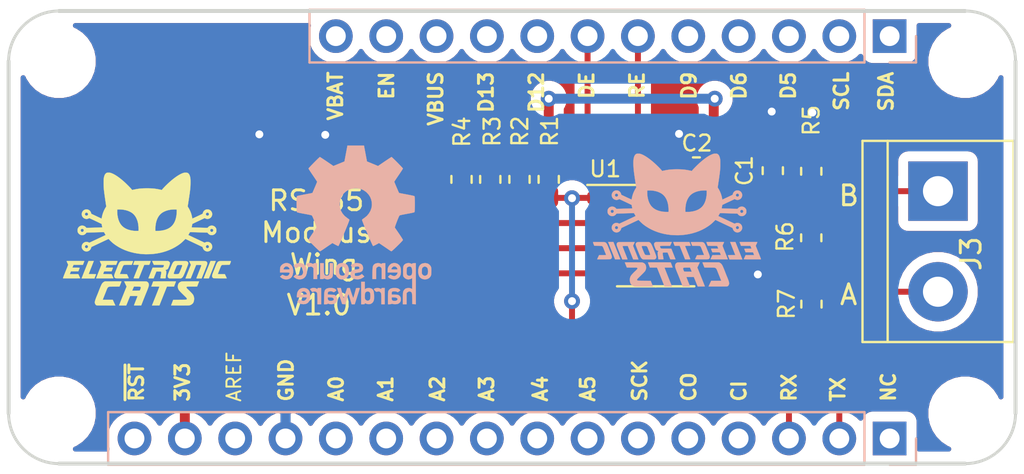
<source format=kicad_pcb>
(kicad_pcb (version 20171130) (host pcbnew 5.1.8-db9833491~88~ubuntu20.04.1)
  (title_block (title "ModBUS Wing") (date 2020-12-01) (rev V1.0) (company "Electronic Cats") (comment 1 "Edgar Capuchino") (comment 2 "Eduardo Contreras"))
  (layers (0 F.Cu signal) (31 B.Cu signal) (34 B.Paste user) (35 F.Paste user) (36 B.SilkS user) (37 F.SilkS user) (38 B.Mask user) (39 F.Mask user) (44 Edge.Cuts user))
  (net 0 "")
  (net 1 /FREE)
  (net 2 /MISO)
  (net 3 /MOSI)
  (net 4 /SCK)
  (net 5 /A5)
  (net 6 /A4)
  (net 7 /A3)
  (net 8 /A2)
  (net 9 /A1)
  (net 10 /A0)
  (net 11 GND)
  (net 12 /AREF)
  (net 13 +3V3)
  (net 14 /~RST)
  (net 15 /SDA)
  (net 16 /SCL)
  (net 17 /EN)
  (net 18 /VBAT)
  (net 19 /D5)
  (net 20 /D6)
  (net 21 /D13)
  (net 22 /DE)
  (net 23 /RE)
  (net 24 /VBUS)
  (net 25 /RS485B)
  (net 26 /RS485A)
  (net 27 /D12)
  (net 28 /D9)
  (net 29 /TX)
  (net 30 /RX)
  (module Symbol:OSHW-Logo_7.5x8mm_SilkScreen (layer B.Cu) (at 140.77 84.97 180)
    (fp_text reference REF** hide)
    (fp_text value OSHW-Logo_7.5x8mm_SilkScreen hide)
  )
  (module Aesthetics:electronic_cats_logo_8x6 (layer B.Cu) (at 156.97 84.73 180)
    (fp_text reference G*** hide)
    (fp_text value LOGO hide)
  )
  (module Aesthetics:electronic_cats_logo_8x6 (layer F.Cu) (at 130.23 85.69)
    (fp_text reference G*** hide)
    (fp_text value LOGO hide)
  )
  (module MountingHole:MountingHole_2.7mm_M2.5 (layer F.Cu) (at 171.51 76.71)
    (fp_text reference REF** hide)
    (fp_text value MountingHole_2.7mm_M2.5 hide)
    (pad 1 np_thru_hole circle (at 0 0) (size 2.7 2.7) (drill 2.7) (layers *.Cu *.Mask))
  )
  (module MountingHole:MountingHole_2.7mm_M2.5 (layer F.Cu) (at 171.51 94.49)
    (fp_text reference REF** hide)
    (fp_text value MountingHole_2.7mm_M2.5 hide)
    (pad 1 np_thru_hole circle (at 0 0) (size 2.7 2.7) (drill 2.7) (layers *.Cu *.Mask))
  )
  (module MountingHole:MountingHole_2.7mm_M2.5 (layer F.Cu) (at 125.79 94.49)
    (fp_text reference REF** hide)
    (fp_text value MountingHole_2.7mm_M2.5 hide)
    (pad 1 np_thru_hole circle (at 0 0) (size 2.7 2.7) (drill 2.7) (layers *.Cu *.Mask))
  )
  (module MountingHole:MountingHole_2.7mm_M2.5 (layer F.Cu) (at 125.79 76.71)
    (fp_text reference REF** hide)
    (fp_text value MountingHole_2.7mm_M2.5 hide)
    (pad 1 np_thru_hole circle (at 0 0) (size 2.7 2.7) (drill 2.7) (layers *.Cu *.Mask))
  )
  (module Connector_PinHeader_2.54mm:PinHeader_1x16_P2.54mm_Vertical (layer B.Cu) (at 167.7 95.76 90)
    (fp_text reference J1 hide)
    (fp_text value "feather long" hide)
    (pad 1 thru_hole rect (at 0 0 90) (size 1.7 1.7) (drill 1) (layers *.Cu *.Mask) (net 1 /FREE))
    (pad 2 thru_hole oval (at 0 -2.54 90) (size 1.7 1.7) (drill 1) (layers *.Cu *.Mask) (net 29 /TX))
    (pad 3 thru_hole oval (at 0 -5.08 90) (size 1.7 1.7) (drill 1) (layers *.Cu *.Mask) (net 30 /RX))
    (pad 4 thru_hole oval (at 0 -7.62 90) (size 1.7 1.7) (drill 1) (layers *.Cu *.Mask) (net 2 /MISO))
    (pad 5 thru_hole oval (at 0 -10.16 90) (size 1.7 1.7) (drill 1) (layers *.Cu *.Mask) (net 3 /MOSI))
    (pad 6 thru_hole oval (at 0 -12.7 90) (size 1.7 1.7) (drill 1) (layers *.Cu *.Mask) (net 4 /SCK))
    (pad 7 thru_hole oval (at 0 -15.24 90) (size 1.7 1.7) (drill 1) (layers *.Cu *.Mask) (net 5 /A5))
    (pad 8 thru_hole oval (at 0 -17.78 90) (size 1.7 1.7) (drill 1) (layers *.Cu *.Mask) (net 6 /A4))
    (pad 9 thru_hole oval (at 0 -20.32 90) (size 1.7 1.7) (drill 1) (layers *.Cu *.Mask) (net 7 /A3))
    (pad 10 thru_hole oval (at 0 -22.86 90) (size 1.7 1.7) (drill 1) (layers *.Cu *.Mask) (net 8 /A2))
    (pad 11 thru_hole oval (at 0 -25.4 90) (size 1.7 1.7) (drill 1) (layers *.Cu *.Mask) (net 9 /A1))
    (pad 12 thru_hole oval (at 0 -27.94 90) (size 1.7 1.7) (drill 1) (layers *.Cu *.Mask) (net 10 /A0))
    (pad 13 thru_hole oval (at 0 -30.48 90) (size 1.7 1.7) (drill 1) (layers *.Cu *.Mask) (net 11 GND))
    (pad 14 thru_hole oval (at 0 -33.02 90) (size 1.7 1.7) (drill 1) (layers *.Cu *.Mask) (net 12 /AREF))
    (pad 15 thru_hole oval (at 0 -35.56 90) (size 1.7 1.7) (drill 1) (layers *.Cu *.Mask) (net 13 +3V3))
    (pad 16 thru_hole oval (at 0 -38.1 90) (size 1.7 1.7) (drill 1) (layers *.Cu *.Mask) (net 14 /~RST))
  )
  (module Connector_PinHeader_2.54mm:PinHeader_1x12_P2.54mm_Vertical (layer B.Cu) (at 167.7 75.44 90)
    (fp_text reference J2 hide)
    (fp_text value "feather short" hide)
    (pad 1 thru_hole rect (at 0 0 90) (size 1.7 1.7) (drill 1) (layers *.Cu *.Mask) (net 15 /SDA))
    (pad 2 thru_hole oval (at 0 -2.54 90) (size 1.7 1.7) (drill 1) (layers *.Cu *.Mask) (net 16 /SCL))
    (pad 3 thru_hole oval (at 0 -5.08 90) (size 1.7 1.7) (drill 1) (layers *.Cu *.Mask) (net 19 /D5))
    (pad 4 thru_hole oval (at 0 -7.62 90) (size 1.7 1.7) (drill 1) (layers *.Cu *.Mask) (net 20 /D6))
    (pad 5 thru_hole oval (at 0 -10.16 90) (size 1.7 1.7) (drill 1) (layers *.Cu *.Mask) (net 28 /D9))
    (pad 6 thru_hole oval (at 0 -12.7 90) (size 1.7 1.7) (drill 1) (layers *.Cu *.Mask) (net 22 /DE))
    (pad 7 thru_hole oval (at 0 -15.24 90) (size 1.7 1.7) (drill 1) (layers *.Cu *.Mask) (net 23 /RE))
    (pad 8 thru_hole oval (at 0 -17.78 90) (size 1.7 1.7) (drill 1) (layers *.Cu *.Mask) (net 27 /D12))
    (pad 9 thru_hole oval (at 0 -20.32 90) (size 1.7 1.7) (drill 1) (layers *.Cu *.Mask) (net 21 /D13))
    (pad 10 thru_hole oval (at 0 -22.86 90) (size 1.7 1.7) (drill 1) (layers *.Cu *.Mask) (net 24 /VBUS))
    (pad 11 thru_hole oval (at 0 -25.4 90) (size 1.7 1.7) (drill 1) (layers *.Cu *.Mask) (net 17 /EN))
    (pad 12 thru_hole oval (at 0 -27.94 90) (size 1.7 1.7) (drill 1) (layers *.Cu *.Mask) (net 18 /VBAT))
  )
  (module Capacitor_SMD:C_0603_1608Metric_Pad1.05x0.95mm_HandSolder (layer F.Cu) (at 161.805 82.235 90)
    (fp_text reference C1 (at 0 -1.43 90) (layer F.SilkS) (effects (font (size 0.8 0.8) (thickness 0.12))))
    (fp_text value 10uF)
    (pad 1 smd roundrect (at -0.875 0 90) (size 1.05 0.95) (layers F.Cu F.Paste F.Mask) (net 13 +3V3))
    (pad 2 smd roundrect (at 0.875 0 90) (size 1.05 0.95) (layers F.Cu F.Paste F.Mask) (net 11 GND))
  )
  (module Capacitor_SMD:C_0603_1608Metric_Pad1.05x0.95mm_HandSolder (layer F.Cu) (at 157.95 82.075 180)
    (fp_text reference C2 (at -0.025 1.225) (layer F.SilkS) (effects (font (size 0.8 0.8) (thickness 0.12))))
    (fp_text value 0.1uF)
    (pad 2 smd roundrect (at 0.875 0 180) (size 1.05 0.95) (layers F.Cu F.Paste F.Mask) (net 11 GND))
    (pad 1 smd roundrect (at -0.875 0 180) (size 1.05 0.95) (layers F.Cu F.Paste F.Mask) (net 13 +3V3))
  )
  (module Resistor_SMD:R_0603_1608Metric_Pad1.05x0.95mm_HandSolder (layer F.Cu) (at 150.5 82.675 270)
    (fp_text reference R1 (at -2.425 -0.05 90) (layer F.SilkS) (effects (font (size 0.8 0.8) (thickness 0.12))))
    (fp_text value 10K)
    (pad 2 smd roundrect (at 0.875 0 270) (size 1.05 0.95) (layers F.Cu F.Paste F.Mask) (net 30 /RX))
    (pad 1 smd roundrect (at -0.875 0 270) (size 1.05 0.95) (layers F.Cu F.Paste F.Mask) (net 13 +3V3))
  )
  (module Resistor_SMD:R_0603_1608Metric_Pad1.05x0.95mm_HandSolder (layer F.Cu) (at 149.025 82.675 270)
    (fp_text reference R2 (at -2.425 -0.025 270) (layer F.SilkS) (effects (font (size 0.8 0.8) (thickness 0.12))))
    (fp_text value 10K)
    (pad 1 smd roundrect (at -0.875 0 270) (size 1.05 0.95) (layers F.Cu F.Paste F.Mask) (net 13 +3V3))
    (pad 2 smd roundrect (at 0.875 0 270) (size 1.05 0.95) (layers F.Cu F.Paste F.Mask) (net 23 /RE))
  )
  (module Resistor_SMD:R_0603_1608Metric_Pad1.05x0.95mm_HandSolder (layer F.Cu) (at 147.55 82.675 270)
    (fp_text reference R3 (at -2.425 -0.1 90) (layer F.SilkS) (effects (font (size 0.8 0.8) (thickness 0.12))))
    (fp_text value 10K)
    (pad 2 smd roundrect (at 0.875 0 270) (size 1.05 0.95) (layers F.Cu F.Paste F.Mask) (net 22 /DE))
    (pad 1 smd roundrect (at -0.875 0 270) (size 1.05 0.95) (layers F.Cu F.Paste F.Mask) (net 13 +3V3))
  )
  (module Resistor_SMD:R_0603_1608Metric_Pad1.05x0.95mm_HandSolder (layer F.Cu) (at 146.1 82.675 270)
    (fp_text reference R4 (at -2.4 -0.025 270) (layer F.SilkS) (effects (font (size 0.8 0.8) (thickness 0.12))))
    (fp_text value 10K)
    (pad 1 smd roundrect (at -0.875 0 270) (size 1.05 0.95) (layers F.Cu F.Paste F.Mask) (net 13 +3V3))
    (pad 2 smd roundrect (at 0.875 0 270) (size 1.05 0.95) (layers F.Cu F.Paste F.Mask) (net 29 /TX))
  )
  (module Resistor_SMD:R_0603_1608Metric_Pad1.05x0.95mm_HandSolder (layer F.Cu) (at 163.745 82.265 270)
    (fp_text reference R5 (at -2.565 -0.005 90) (layer F.SilkS) (effects (font (size 0.8 0.8) (thickness 0.12))))
    (fp_text value 20K)
    (pad 1 smd roundrect (at -0.875 0 270) (size 1.05 0.95) (layers F.Cu F.Paste F.Mask) (net 11 GND))
    (pad 2 smd roundrect (at 0.875 0 270) (size 1.05 0.95) (layers F.Cu F.Paste F.Mask) (net 25 /RS485B))
  )
  (module Resistor_SMD:R_0603_1608Metric_Pad1.05x0.95mm_HandSolder (layer F.Cu) (at 163.745 85.625 270)
    (fp_text reference R6 (at -0.05 1.32 90) (layer F.SilkS) (effects (font (size 0.8 0.8) (thickness 0.12))))
    (fp_text value 120)
    (pad 2 smd roundrect (at 0.875 0 270) (size 1.05 0.95) (layers F.Cu F.Paste F.Mask) (net 26 /RS485A))
    (pad 1 smd roundrect (at -0.875 0 270) (size 1.05 0.95) (layers F.Cu F.Paste F.Mask) (net 25 /RS485B))
  )
  (module Resistor_SMD:R_0603_1608Metric_Pad1.05x0.95mm_HandSolder (layer F.Cu) (at 163.755 88.975 270)
    (fp_text reference R7 (at 0 1.255 90) (layer F.SilkS) (effects (font (size 0.8 0.8) (thickness 0.12))))
    (fp_text value 20K)
    (pad 1 smd roundrect (at -0.875 0 270) (size 1.05 0.95) (layers F.Cu F.Paste F.Mask) (net 26 /RS485A))
    (pad 2 smd roundrect (at 0.875 0 270) (size 1.05 0.95) (layers F.Cu F.Paste F.Mask) (net 13 +3V3))
  )
  (module Package_SO:SOIC-8_3.9x4.9mm_P1.27mm (layer F.Cu) (at 155.895 85.515)
    (fp_text reference U1 (at -2.545 -3.365) (layer F.SilkS) (effects (font (size 0.8 0.8) (thickness 0.12))))
    (fp_text value SP3485EN)
    (pad 1 smd roundrect (at -2.475 -1.905) (size 1.95 0.6) (layers F.Cu F.Paste F.Mask) (net 30 /RX))
    (pad 2 smd roundrect (at -2.475 -0.635) (size 1.95 0.6) (layers F.Cu F.Paste F.Mask) (net 23 /RE))
    (pad 3 smd roundrect (at -2.475 0.635) (size 1.95 0.6) (layers F.Cu F.Paste F.Mask) (net 22 /DE))
    (pad 4 smd roundrect (at -2.475 1.905) (size 1.95 0.6) (layers F.Cu F.Paste F.Mask) (net 29 /TX))
    (pad 5 smd roundrect (at 2.475 1.905) (size 1.95 0.6) (layers F.Cu F.Paste F.Mask) (net 11 GND))
    (pad 6 smd roundrect (at 2.475 0.635) (size 1.95 0.6) (layers F.Cu F.Paste F.Mask) (net 26 /RS485A))
    (pad 7 smd roundrect (at 2.475 -0.635) (size 1.95 0.6) (layers F.Cu F.Paste F.Mask) (net 25 /RS485B))
    (pad 8 smd roundrect (at 2.475 -1.905) (size 1.95 0.6) (layers F.Cu F.Paste F.Mask) (net 13 +3V3))
  )
  (module TerminalBlock:TerminalBlock_bornier-2_P5.08mm (layer F.Cu) (at 170.14 83.27 270)
    (fp_text reference J3 (at 3.16 -1.67 90) (layer F.SilkS))
    (fp_text value Screw_Terminal_01x02)
    (pad 1 thru_hole rect (at 0 0 270) (size 3 3) (drill 1.52) (layers *.Cu *.Mask) (net 25 /RS485B))
    (pad 2 thru_hole circle (at 5.08 0 270) (size 3 3) (drill 1.52) (layers *.Cu *.Mask) (net 26 /RS485A))
  )
  (gr_text A (at 165.63 88.5) (layer F.SilkS) (effects (font (size 1 1))))
  (gr_text B (at 165.64 83.5) (layer F.SilkS) (effects (font (size 1 1))))
  (gr_text V1.0 (at 138.9 89.02) (layer F.SilkS) (effects (font (size 1 1))))
  (gr_text "RS485 \nModbus \nWing" (at 139.16 85.36) (layer F.SilkS) (effects (font (size 1 1))))
  (gr_text "VBUS\n" (at 144.8 78.596666 90) (layer F.SilkS) (effects (font (size 0.7 0.7))))
  (gr_text VBAT (at 139.74 78.463333 90) (layer F.SilkS) (effects (font (size 0.7 0.7))))
  (gr_text EN (at 142.32 77.9425 90) (layer F.SilkS) (effects (font (size 0.7 0.7))))
  (gr_text "D13\n" (at 147.34 78.275833 90) (layer F.SilkS) (effects (font (size 0.7 0.7))))
  (gr_text D12 (at 149.88 78.275833 90) (layer F.SilkS) (effects (font (size 0.7 0.7))))
  (gr_text DE (at 152.42 77.925833 90) (layer F.SilkS) (effects (font (size 0.7 0.7))))
  (gr_text RE (at 154.96 77.925833 90) (layer F.SilkS) (effects (font (size 0.7 0.7))))
  (gr_text D9 (at 157.58 77.9425 90) (layer F.SilkS) (effects (font (size 0.7 0.7))))
  (gr_text D6 (at 160.1 77.9425 90) (layer F.SilkS) (effects (font (size 0.7 0.7))))
  (gr_text D5 (at 162.59 77.9425 90) (layer F.SilkS) (effects (font (size 0.7 0.7))))
  (gr_text SCL (at 165.27 78.225833 90) (layer F.SilkS) (effects (font (size 0.7 0.7))))
  (gr_text SDA (at 167.52 78.2425 90) (layer F.SilkS) (effects (font (size 0.7 0.7))))
  (gr_text NC (at 167.64 93.163334 90) (layer F.SilkS) (effects (font (size 0.7 0.7))))
  (gr_text TX (at 165.09 93.28 90) (layer F.SilkS) (effects (font (size 0.7 0.7))))
  (gr_text RX (at 162.63 93.196667 90) (layer F.SilkS) (effects (font (size 0.7 0.7))))
  (gr_text CI (at 160.1 93.363334 90) (layer F.SilkS) (effects (font (size 0.7 0.7))))
  (gr_text CO (at 157.57 93.163334 90) (layer F.SilkS) (effects (font (size 0.7 0.7))))
  (gr_text SCK (at 155.09 92.846667 90) (layer F.SilkS) (effects (font (size 0.7 0.7))))
  (gr_text A5 (at 152.47 93.246667 90) (layer F.SilkS) (effects (font (size 0.7 0.7))))
  (gr_text A4 (at 150.08 93.246667 90) (layer F.SilkS) (effects (font (size 0.7 0.7))))
  (gr_text A3 (at 147.37 93.246667 90) (layer F.SilkS) (effects (font (size 0.7 0.7))))
  (gr_text A2 (at 144.89 93.246667 90) (layer F.SilkS) (effects (font (size 0.7 0.7))))
  (gr_text A1 (at 142.28 93.246667 90) (layer F.SilkS) (effects (font (size 0.7 0.7))))
  (gr_text A0 (at 139.78 93.246667 90) (layer F.SilkS) (effects (font (size 0.7 0.7))))
  (gr_text GND (at 137.25 92.813334 90) (layer F.SilkS) (effects (font (size 0.7 0.7))))
  (gr_text AREF (at 134.62 92.638334 90) (layer F.SilkS) (effects (font (size 0.7 0.7) (thickness 0.1))))
  (gr_text 3V3 (at 132.02 92.913334 90) (layer F.SilkS) (effects (font (size 0.7 0.7))))
  (gr_text ~RST (at 129.7 92.93 90) (layer F.SilkS) (effects (font (size 0.7 0.7))))
  (gr_arc (start 171.51 76.71) (end 174.05 76.71) (angle -90) (layer Edge.Cuts) (width 0.15))
  (gr_arc (start 171.51 94.49) (end 171.51 97.03) (angle -90) (layer Edge.Cuts) (width 0.15))
  (gr_arc (start 125.79 94.49) (end 123.25 94.49) (angle -90) (layer Edge.Cuts) (width 0.15))
  (gr_arc (start 125.79 76.71) (end 125.79 74.17) (angle -90) (layer Edge.Cuts) (width 0.15))
  (gr_line (start 123.25 94.49) (end 123.25 76.71) (layer Edge.Cuts) (width 0.2))
  (gr_line (start 171.51 97.03) (end 125.79 97.03) (layer Edge.Cuts) (width 0.2))
  (gr_line (start 174.05 76.71) (end 174.05 94.49) (layer Edge.Cuts) (width 0.2))
  (gr_line (start 125.79 74.17) (end 171.51 74.17) (layer Edge.Cuts) (width 0.2))
  (via (at 161.05 87.475) (size 0.8) (drill 0.4) (layers F.Cu B.Cu) (net 11))
  (segment (start 160.995 87.42) (end 161.05 87.475) (width 0.5) (layer F.Cu) (net 11))
  (segment (start 158.37 87.42) (end 160.995 87.42) (width 0.5) (layer F.Cu) (net 11))
  (via (at 157.075 80.375) (size 0.8) (drill 0.4) (layers F.Cu B.Cu) (net 11))
  (segment (start 157.075 82.075) (end 157.075 80.375) (width 0.5) (layer F.Cu) (net 11))
  (via (at 161.75 79.25) (size 0.8) (drill 0.4) (layers F.Cu B.Cu) (net 11))
  (segment (start 161.805 79.305) (end 161.75 79.25) (width 0.5) (layer F.Cu) (net 11))
  (segment (start 161.805 81.36) (end 161.805 79.305) (width 0.5) (layer F.Cu) (net 11))
  (via (at 163.8 79.3) (size 0.8) (drill 0.4) (layers F.Cu B.Cu) (net 11))
  (segment (start 163.745 79.355) (end 163.8 79.3) (width 0.5) (layer F.Cu) (net 11))
  (segment (start 163.745 81.39) (end 163.745 79.355) (width 0.5) (layer F.Cu) (net 11))
  (via (at 139.225 80.425) (size 0.8) (drill 0.4) (layers F.Cu B.Cu) (net 11))
  (segment (start 139.275 80.375) (end 139.225 80.425) (width 0.5) (layer B.Cu) (net 11))
  (segment (start 157.075 80.375) (end 139.275 80.375) (width 0.5) (layer B.Cu) (net 11))
  (via (at 135.9 80.4) (size 0.8) (drill 0.4) (layers F.Cu B.Cu) (net 11))
  (segment (start 135.925 80.425) (end 135.9 80.4) (width 0.5) (layer F.Cu) (net 11))
  (segment (start 139.225 80.425) (end 135.925 80.425) (width 0.5) (layer F.Cu) (net 11))
  (segment (start 161.825 89.85) (end 161.795 89.88) (width 0.5) (layer F.Cu) (net 13))
  (segment (start 163.755 89.85) (end 161.825 89.85) (width 0.5) (layer F.Cu) (net 13))
  (segment (start 161.795 89.88) (end 158.85 89.88) (width 0.5) (layer F.Cu) (net 13))
  (segment (start 150.5 81.8) (end 146.1 81.8) (width 0.5) (layer F.Cu) (net 13))
  (segment (start 158.37 82.53) (end 158.825 82.075) (width 0.5) (layer F.Cu) (net 13))
  (segment (start 158.37 83.61) (end 158.37 82.53) (width 0.5) (layer F.Cu) (net 13))
  (segment (start 159.86 83.11) (end 158.825 82.075) (width 0.5) (layer F.Cu) (net 13))
  (segment (start 161.805 83.11) (end 159.86 83.11) (width 0.5) (layer F.Cu) (net 13))
  (segment (start 146.1 81.8) (end 134.625 81.8) (width 0.5) (layer F.Cu) (net 13))
  (segment (start 132.14 84.285) (end 132.14 95.76) (width 0.5) (layer F.Cu) (net 13))
  (segment (start 134.625 81.8) (end 132.14 84.285) (width 0.5) (layer F.Cu) (net 13))
  (segment (start 156.6 89.55) (end 156.6 84.125) (width 0.5) (layer F.Cu) (net 13))
  (segment (start 157.115 83.61) (end 158.37 83.61) (width 0.5) (layer F.Cu) (net 13))
  (segment (start 156.6 84.125) (end 157.115 83.61) (width 0.5) (layer F.Cu) (net 13))
  (via (at 158.875 78.6) (size 0.8) (drill 0.4) (layers F.Cu B.Cu) (net 13))
  (segment (start 158.825 78.65) (end 158.875 78.6) (width 0.5) (layer F.Cu) (net 13))
  (segment (start 158.825 82.075) (end 158.825 78.65) (width 0.5) (layer F.Cu) (net 13))
  (via (at 150.5 78.6) (size 0.8) (drill 0.4) (layers F.Cu B.Cu) (net 13))
  (segment (start 158.875 78.6) (end 150.5 78.6) (width 0.5) (layer B.Cu) (net 13))
  (segment (start 150.5 78.6) (end 150.5 81.8) (width 0.5) (layer F.Cu) (net 13))
  (segment (start 156.9 89.85) (end 156.6 89.55) (width 0.5) (layer F.Cu) (net 13))
  (segment (start 163.755 89.85) (end 156.9 89.85) (width 0.5) (layer F.Cu) (net 13))
  (segment (start 153.42 86.15) (end 147.825 86.15) (width 0.3) (layer F.Cu) (net 22))
  (segment (start 147.55 85.875) (end 147.55 83.55) (width 0.3) (layer F.Cu) (net 22))
  (segment (start 147.825 86.15) (end 147.55 85.875) (width 0.3) (layer F.Cu) (net 22))
  (segment (start 155 75.44) (end 155 80.55) (width 0.3) (layer F.Cu) (net 22))
  (segment (start 155 80.55) (end 155.825 81.375) (width 0.3) (layer F.Cu) (net 22))
  (segment (start 155.825 81.375) (end 155.825 85.575) (width 0.3) (layer F.Cu) (net 22))
  (segment (start 155.25 86.15) (end 153.42 86.15) (width 0.3) (layer F.Cu) (net 22))
  (segment (start 155.825 85.575) (end 155.25 86.15) (width 0.3) (layer F.Cu) (net 22))
  (segment (start 153.42 84.88) (end 149.23 84.88) (width 0.3) (layer F.Cu) (net 23))
  (segment (start 149.025 84.675) (end 149.025 83.55) (width 0.3) (layer F.Cu) (net 23))
  (segment (start 149.23 84.88) (end 149.025 84.675) (width 0.3) (layer F.Cu) (net 23))
  (segment (start 152.46 81.91) (end 152.46 75.44) (width 0.3) (layer F.Cu) (net 23))
  (segment (start 155.275 82.85) (end 154.65 82.225) (width 0.3) (layer F.Cu) (net 23))
  (segment (start 155.275 84.425) (end 155.275 82.85) (width 0.3) (layer F.Cu) (net 23))
  (segment (start 152.775 82.225) (end 152.46 81.91) (width 0.3) (layer F.Cu) (net 23))
  (segment (start 154.65 82.225) (end 152.775 82.225) (width 0.3) (layer F.Cu) (net 23))
  (segment (start 154.82 84.88) (end 155.275 84.425) (width 0.3) (layer F.Cu) (net 23))
  (segment (start 153.42 84.88) (end 154.82 84.88) (width 0.3) (layer F.Cu) (net 23))
  (segment (start 158.5 84.75) (end 158.37 84.88) (width 0.3) (layer F.Cu) (net 25))
  (segment (start 163.745 84.75) (end 158.5 84.75) (width 0.3) (layer F.Cu) (net 25))
  (segment (start 163.745 83.14) (end 163.745 84.75) (width 0.3) (layer F.Cu) (net 25))
  (segment (start 163.875 83.27) (end 163.745 83.14) (width 0.3) (layer F.Cu) (net 25))
  (segment (start 170.14 83.27) (end 163.875 83.27) (width 0.3) (layer F.Cu) (net 25))
  (segment (start 163.395 86.15) (end 163.745 86.5) (width 0.3) (layer F.Cu) (net 26))
  (segment (start 158.37 86.15) (end 163.395 86.15) (width 0.3) (layer F.Cu) (net 26))
  (segment (start 164.005 88.35) (end 163.755 88.1) (width 0.3) (layer F.Cu) (net 26))
  (segment (start 170.14 88.35) (end 164.005 88.35) (width 0.3) (layer F.Cu) (net 26))
  (segment (start 163.745 88.09) (end 163.755 88.1) (width 0.3) (layer F.Cu) (net 26))
  (segment (start 163.745 86.5) (end 163.745 88.09) (width 0.3) (layer F.Cu) (net 26))
  (segment (start 153.42 87.42) (end 146.62 87.42) (width 0.3) (layer F.Cu) (net 29))
  (segment (start 146.1 86.9) (end 146.1 83.55) (width 0.3) (layer F.Cu) (net 29))
  (segment (start 146.62 87.42) (end 146.1 86.9) (width 0.3) (layer F.Cu) (net 29))
  (segment (start 165.16 95.76) (end 165.16 93.46) (width 0.3) (layer F.Cu) (net 29))
  (segment (start 165.16 93.46) (end 164.45 92.75) (width 0.3) (layer F.Cu) (net 29))
  (segment (start 164.45 92.75) (end 153.7 92.75) (width 0.3) (layer F.Cu) (net 29))
  (segment (start 153.42 92.47) (end 153.42 87.42) (width 0.3) (layer F.Cu) (net 29))
  (segment (start 153.7 92.75) (end 153.42 92.47) (width 0.3) (layer F.Cu) (net 29))
  (via (at 151.675 88.825) (size 0.8) (drill 0.4) (layers F.Cu B.Cu) (net 30))
  (segment (start 162.62 95.76) (end 162.62 93.97) (width 0.3) (layer F.Cu) (net 30))
  (segment (start 162.62 93.97) (end 162.075 93.425) (width 0.3) (layer F.Cu) (net 30))
  (segment (start 162.075 93.425) (end 152.025 93.425) (width 0.3) (layer F.Cu) (net 30))
  (segment (start 151.675 93.075) (end 151.675 88.825) (width 0.3) (layer F.Cu) (net 30))
  (segment (start 152.025 93.425) (end 151.675 93.075) (width 0.3) (layer F.Cu) (net 30))
  (segment (start 150.56 83.61) (end 150.5 83.55) (width 0.3) (layer F.Cu) (net 30))
  (segment (start 153.42 83.61) (end 150.56 83.61) (width 0.3) (layer F.Cu) (net 30))
  (via (at 151.675 83.625) (size 0.8) (drill 0.4) (layers F.Cu B.Cu) (net 30))
  (segment (start 151.675 88.825) (end 151.675 83.625) (width 0.3) (layer B.Cu) (net 30))
  (zone (net 11) (net_name GND) (layer F.Cu) (connect_pads (clearance 0.508)) (min_thickness 0.254) (fill yes (arc_segments 32) (thermal_gap 0.508) (thermal_bridge_width 0.508))
    (polygon (pts (xy 174.06 74.17) (xy 174.04 96.98) (xy 123.28 97.02) (xy 123.28 74.15)))
  )
  (zone (net 11) (net_name GND) (layer B.Cu) (connect_pads (clearance 0.508)) (min_thickness 0.254) (fill yes (arc_segments 32) (thermal_gap 0.508) (thermal_bridge_width 0.508))
    (polygon (pts (xy 174.01 96.98) (xy 123.37 96.83) (xy 123.28 96.83) (xy 123.28 74.15) (xy 174.06 74.14)))
  )
)
</source>
